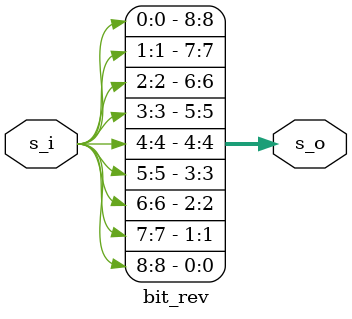
<source format=v>
module bit_rev #(parameter data_width=9)
(
    input  [data_width-1:0] s_i,
    output [data_width-1:0] s_o
);
genvar i;
generate for (i=0; i<data_width; i=i+1)
    begin:g_rev
        assign s_o[data_width-1-i] = s_i[i];
    end
endgenerate
endmodule
</source>
